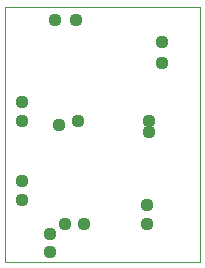
<source format=gbs>
G75*
%MOIN*%
%OFA0B0*%
%FSLAX24Y24*%
%IPPOS*%
%LPD*%
%AMOC8*
5,1,8,0,0,1.08239X$1,22.5*
%
%ADD10C,0.0000*%
%ADD11C,0.0437*%
D10*
X002392Y002517D02*
X002392Y011017D01*
X008892Y011017D01*
X008892Y002517D01*
X002392Y002517D01*
D11*
X003892Y002829D03*
X003892Y003454D03*
X004392Y003767D03*
X005017Y003767D03*
X002954Y004579D03*
X002954Y005204D03*
X004204Y007079D03*
X004829Y007204D03*
X002954Y007204D03*
X002954Y007829D03*
X004079Y010579D03*
X004767Y010579D03*
X007642Y009829D03*
X007642Y009142D03*
X007204Y007204D03*
X007204Y006829D03*
X007142Y004392D03*
X007142Y003767D03*
M02*

</source>
